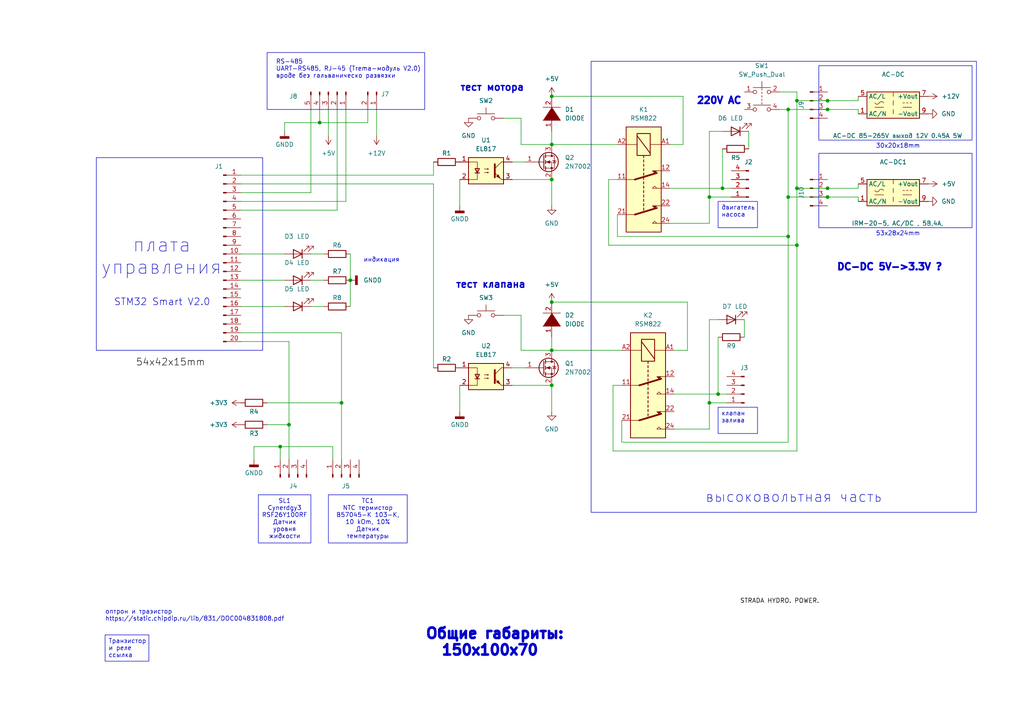
<source format=kicad_sch>
(kicad_sch (version 20230121) (generator eeschema)
  (paper "A4")
  (title_block (title "https://github.com/vlasikov/PCB-KiCad-EcoStrada") (date "2024-02-21") (rev "1.01"))
  (lib_symbols
    (symbol "Connector:Conn_01x02_Male" (pin_names (offset 1.016) hide)
      (property "Reference" "J" (at 0 2.54 0))
      (property "Value" "Conn_01x02_Male" (at 0 -5.08 0))
      (symbol "Conn_01x02_Male_1_1"
        (polyline (pts (xy 1.27 -2.54) (xy 0.8636 -2.54)) (stroke (width 0.1524)))
        (polyline (pts (xy 1.27 0) (xy 0.8636 0)) (stroke (width 0.1524)))
        (rectangle (start 0.8636 -2.413) (end 0 -2.667) (stroke (width 0.1524)) (fill (type outline)))
        (rectangle (start 0.8636 0.127) (end 0 -0.127) (stroke (width 0.1524)) (fill (type outline)))
        (pin passive line (at 5.08 0 180) (length 3.81) (name "Pin_1") (number "1"))
        (pin passive line (at 5.08 -2.54 180) (length 3.81) (name "Pin_2") (number "2"))
      )
    )
    (symbol "Connector:Conn_01x04_Male" (pin_names (offset 1.016) hide)
      (property "Reference" "J" (at 0 5.08 0))
      (property "Value" "Conn_01x04_Male" (at 0 -7.62 0))
      (symbol "Conn_01x04_Male_1_1"
        (polyline (pts (xy 1.27 -5.08) (xy 0.8636 -5.08)) (stroke (width 0.1524)))
        (polyline (pts (xy 1.27 -2.54) (xy 0.8636 -2.54)) (stroke (width 0.1524)))
        (polyline (pts (xy 1.27 0) (xy 0.8636 0)) (stroke (width 0.1524)))
        (polyline (pts (xy 1.27 2.54) (xy 0.8636 2.54)) (stroke (width 0.1524)))
        (rectangle (start 0.8636 -4.953) (end 0 -5.207) (stroke (width 0.1524)) (fill (type outline)))
        (rectangle (start 0.8636 -2.413) (end 0 -2.667) (stroke (width 0.1524)) (fill (type outline)))
        (rectangle (start 0.8636 0.127) (end 0 -0.127) (stroke (width 0.1524)) (fill (type outline)))
        (rectangle (start 0.8636 2.667) (end 0 2.413) (stroke (width 0.1524)) (fill (type outline)))
        (pin passive line (at 5.08 2.54 180) (length 3.81) (name "Pin_1") (number "1"))
        (pin passive line (at 5.08 0 180) (length 3.81) (name "Pin_2") (number "2"))
        (pin passive line (at 5.08 -2.54 180) (length 3.81) (name "Pin_3") (number "3"))
        (pin passive line (at 5.08 -5.08 180) (length 3.81) (name "Pin_4") (number "4"))
      )
    )
    (symbol "Connector:Conn_01x05_Male" (pin_names (offset 1.016) hide)
      (property "Reference" "J" (at 0 7.62 0))
      (property "Value" "Conn_01x05_Male" (at 0 -7.62 0))
      (symbol "Conn_01x05_Male_1_1"
        (polyline (pts (xy 1.27 -5.08) (xy 0.8636 -5.08)) (stroke (width 0.1524)))
        (polyline (pts (xy 1.27 -2.54) (xy 0.8636 -2.54)) (stroke (width 0.1524)))
        (polyline (pts (xy 1.27 0) (xy 0.8636 0)) (stroke (width 0.1524)))
        (polyline (pts (xy 1.27 2.54) (xy 0.8636 2.54)) (stroke (width 0.1524)))
        (polyline (pts (xy 1.27 5.08) (xy 0.8636 5.08)) (stroke (width 0.1524)))
        (rectangle (start 0.8636 -4.953) (end 0 -5.207) (stroke (width 0.1524)) (fill (type outline)))
        (rectangle (start 0.8636 -2.413) (end 0 -2.667) (stroke (width 0.1524)) (fill (type outline)))
        (rectangle (start 0.8636 0.127) (end 0 -0.127) (stroke (width 0.1524)) (fill (type outline)))
        (rectangle (start 0.8636 2.667) (end 0 2.413) (stroke (width 0.1524)) (fill (type outline)))
        (rectangle (start 0.8636 5.207) (end 0 4.953) (stroke (width 0.1524)) (fill (type outline)))
        (pin passive line (at 5.08 5.08 180) (length 3.81) (name "Pin_1") (number "1"))
        (pin passive line (at 5.08 2.54 180) (length 3.81) (name "Pin_2") (number "2"))
        (pin passive line (at 5.08 0 180) (length 3.81) (name "Pin_3") (number "3"))
        (pin passive line (at 5.08 -2.54 180) (length 3.81) (name "Pin_4") (number "4"))
        (pin passive line (at 5.08 -5.08 180) (length 3.81) (name "Pin_5") (number "5"))
      )
    )
    (symbol "Connector:Conn_01x20_Male" (pin_names (offset 1.016) hide)
      (property "Reference" "J" (at 0 25.4 0))
      (property "Value" "Conn_01x20_Male" (at 0 -27.94 0))
      (symbol "Conn_01x20_Male_1_1"
        (polyline (pts (xy 1.27 -25.4) (xy 0.8636 -25.4)) (stroke (width 0.1524)))
        (polyline (pts (xy 1.27 -22.86) (xy 0.8636 -22.86)) (stroke (width 0.1524)))
        (polyline (pts (xy 1.27 -20.32) (xy 0.8636 -20.32)) (stroke (width 0.1524)))
        (polyline (pts (xy 1.27 -17.78) (xy 0.8636 -17.78)) (stroke (width 0.1524)))
        (polyline (pts (xy 1.27 -15.24) (xy 0.8636 -15.24)) (stroke (width 0.1524)))
        (polyline (pts (xy 1.27 -12.7) (xy 0.8636 -12.7)) (stroke (width 0.1524)))
        (polyline (pts (xy 1.27 -10.16) (xy 0.8636 -10.16)) (stroke (width 0.1524)))
        (polyline (pts (xy 1.27 -7.62) (xy 0.8636 -7.62)) (stroke (width 0.1524)))
        (polyline (pts (xy 1.27 -5.08) (xy 0.8636 -5.08)) (stroke (width 0.1524)))
        (polyline (pts (xy 1.27 -2.54) (xy 0.8636 -2.54)) (stroke (width 0.1524)))
        (polyline (pts (xy 1.27 0) (xy 0.8636 0)) (stroke (width 0.1524)))
        (polyline (pts (xy 1.27 2.54) (xy 0.8636 2.54)) (stroke (width 0.1524)))
        (polyline (pts (xy 1.27 5.08) (xy 0.8636 5.08)) (stroke (width 0.1524)))
        (polyline (pts (xy 1.27 7.62) (xy 0.8636 7.62)) (stroke (width 0.1524)))
        (polyline (pts (xy 1.27 10.16) (xy 0.8636 10.16)) (stroke (width 0.1524)))
        (polyline (pts (xy 1.27 12.7) (xy 0.8636 12.7)) (stroke (width 0.1524)))
        (polyline (pts (xy 1.27 15.24) (xy 0.8636 15.24)) (stroke (width 0.1524)))
        (polyline (pts (xy 1.27 17.78) (xy 0.8636 17.78)) (stroke (width 0.1524)))
        (polyline (pts (xy 1.27 20.32) (xy 0.8636 20.32)) (stroke (width 0.1524)))
        (polyline (pts (xy 1.27 22.86) (xy 0.8636 22.86)) (stroke (width 0.1524)))
        (rectangle (start 0.8636 -25.273) (end 0 -25.527) (stroke (width 0.1524)) (fill (type outline)))
        (rectangle (start 0.8636 -22.733) (end 0 -22.987) (stroke (width 0.1524)) (fill (type outline)))
        (rectangle (start 0.8636 -20.193) (end 0 -20.447) (stroke (width 0.1524)) (fill (type outline)))
        (rectangle (start 0.8636 -17.653) (end 0 -17.907) (stroke (width 0.1524)) (fill (type outline)))
        (rectangle (start 0.8636 -15.113) (end 0 -15.367) (stroke (width 0.1524)) (fill (type outline)))
        (rectangle (start 0.8636 -12.573) (end 0 -12.827) (stroke (width 0.1524)) (fill (type outline)))
        (rectangle (start 0.8636 -10.033) (end 0 -10.287) (stroke (width 0.1524)) (fill (type outline)))
        (rectangle (start 0.8636 -7.493) (end 0 -7.747) (stroke (width 0.1524)) (fill (type outline)))
        (rectangle (start 0.8636 -4.953) (end 0 -5.207) (stroke (width 0.1524)) (fill (type outline)))
        (rectangle (start 0.8636 -2.413) (end 0 -2.667) (stroke (width 0.1524)) (fill (type outline)))
        (rectangle (start 0.8636 0.127) (end 0 -0.127) (stroke (width 0.1524)) (fill (type outline)))
        (rectangle (start 0.8636 2.667) (end 0 2.413) (stroke (width 0.1524)) (fill (type outline)))
        (rectangle (start 0.8636 5.207) (end 0 4.953) (stroke (width 0.1524)) (fill (type outline)))
        (rectangle (start 0.8636 7.747) (end 0 7.493) (stroke (width 0.1524)) (fill (type outline)))
        (rectangle (start 0.8636 10.287) (end 0 10.033) (stroke (width 0.1524)) (fill (type outline)))
        (rectangle (start 0.8636 12.827) (end 0 12.573) (stroke (width 0.1524)) (fill (type outline)))
        (rectangle (start 0.8636 15.367) (end 0 15.113) (stroke (width 0.1524)) (fill (type outline)))
        (rectangle (start 0.8636 17.907) (end 0 17.653) (stroke (width 0.1524)) (fill (type outline)))
        (rectangle (start 0.8636 20.447) (end 0 20.193) (stroke (width 0.1524)) (fill (type outline)))
        (rectangle (start 0.8636 22.987) (end 0 22.733) (stroke (width 0.1524)) (fill (type outline)))
        (pin passive line (at 5.08 22.86 180) (length 3.81) (name "Pin_1") (number "1"))
        (pin passive line (at 5.08 0 180) (length 3.81) (name "Pin_10") (number "10"))
        (pin passive line (at 5.08 -2.54 180) (length 3.81) (name "Pin_11") (number "11"))
        (pin passive line (at 5.08 -5.08 180) (length 3.81) (name "Pin_12") (number "12"))
        (pin passive line (at 5.08 -7.62 180) (length 3.81) (name "Pin_13") (number "13"))
        (pin passive line (at 5.08 -10.16 180) (length 3.81) (name "Pin_14") (number "14"))
        (pin passive line (at 5.08 -12.7 180) (length 3.81) (name "Pin_15") (number "15"))
        (pin passive line (at 5.08 -15.24 180) (length 3.81) (name "Pin_16") (number "16"))
        (pin passive line (at 5.08 -17.78 180) (length 3.81) (name "Pin_17") (number "17"))
        (pin passive line (at 5.08 -20.32 180) (length 3.81) (name "Pin_18") (number "18"))
        (pin passive line (at 5.08 -22.86 180) (length 3.81) (name "Pin_19") (number "19"))
        (pin passive line (at 5.08 20.32 180) (length 3.81) (name "Pin_2") (number "2"))
        (pin passive line (at 5.08 -25.4 180) (length 3.81) (name "Pin_20") (number "20"))
        (pin passive line (at 5.08 17.78 180) (length 3.81) (name "Pin_3") (number "3"))
        (pin passive line (at 5.08 15.24 180) (length 3.81) (name "Pin_4") (number "4"))
        (pin passive line (at 5.08 12.7 180) (length 3.81) (name "Pin_5") (number "5"))
        (pin passive line (at 5.08 10.16 180) (length 3.81) (name "Pin_6") (number "6"))
        (pin passive line (at 5.08 7.62 180) (length 3.81) (name "Pin_7") (number "7"))
        (pin passive line (at 5.08 5.08 180) (length 3.81) (name "Pin_8") (number "8"))
        (pin passive line (at 5.08 2.54 180) (length 3.81) (name "Pin_9") (number "9"))
      )
    )
    (symbol "Converter_ACDC:HS-40012"
      (property "Reference" "PS" (at 0 5.08 0))
      (property "Value" "HS-40012" (at 0 -5.08 0))
      (symbol "HS-40012_0_1"
        (rectangle (start -7.62 3.81) (end 7.62 -3.81) (stroke (width 0.254)) (fill (type background)))
        (arc (start -5.334 0.635) (mid -4.699 0.2495) (end -4.064 0.635))
        (arc (start -2.794 0.635) (mid -3.429 1.0072) (end -4.064 0.635))
        (polyline (pts (xy -5.334 -0.635) (xy -2.794 -0.635)))
        (polyline (pts (xy 2.794 -0.635) (xy 5.334 -0.635)))
        (polyline (pts (xy 2.794 0.635) (xy 3.302 0.635)))
        (polyline (pts (xy 3.81 0.635) (xy 4.318 0.635)))
        (polyline (pts (xy 4.826 0.635) (xy 5.334 0.635)))
      )
      (symbol "HS-40012_1_1"
        (polyline (pts (xy 0 -1.27) (xy 0 -2.54)))
        (polyline (pts (xy 0 1.27) (xy 0 0)))
        (polyline (pts (xy 0 3.81) (xy 0 2.54)))
        (pin power_in line (at -10.16 -2.54 0) (length 2.54) (name "AC/N") (number "1"))
        (pin power_in line (at -10.16 2.54 0) (length 2.54) (name "AC/L") (number "5"))
        (pin power_out line (at 10.16 2.54 180) (length 2.54) (name "+Vout") (number "7"))
        (pin power_out line (at 10.16 -2.54 180) (length 2.54) (name "-Vout") (number "9"))
      )
    )
    (symbol "Device:LED" (pin_numbers hide) (pin_names (offset 1.016) hide)
      (property "Reference" "D" (at 0 2.54 0))
      (property "Value" "LED" (at 0 -2.54 0))
      (symbol "LED_0_1"
        (polyline (pts (xy -1.27 -1.27) (xy -1.27 1.27)) (stroke (width 0.254)))
        (polyline (pts (xy -1.27 0) (xy 1.27 0)))
        (polyline (pts (xy 1.27 -1.27) (xy 1.27 1.27) (xy -1.27 0) (xy 1.27 -1.27)) (stroke (width 0.254)))
        (polyline (pts (xy -3.048 -0.762) (xy -4.572 -2.286) (xy -3.81 -2.286) (xy -4.572 -2.286) (xy -4.572 -1.524)))
        (polyline (pts (xy -1.778 -0.762) (xy -3.302 -2.286) (xy -2.54 -2.286) (xy -3.302 -2.286) (xy -3.302 -1.524)))
      )
      (symbol "LED_1_1"
        (pin passive line (at -3.81 0 0) (length 2.54) (name "K") (number "1"))
        (pin passive line (at 3.81 0 180) (length 2.54) (name "A") (number "2"))
      )
    )
    (symbol "Device:R" (pin_numbers hide) (pin_names (offset 0))
      (property "Reference" "R" (at 2.032 0 90))
      (property "Value" "R" (at 0 0 90))
      (symbol "R_0_1"
        (rectangle (start -1.016 -2.54) (end 1.016 2.54) (stroke (width 0.254)))
      )
      (symbol "R_1_1"
        (pin passive line (at 0 3.81 270) (length 1.27) (name "~") (number "1"))
        (pin passive line (at 0 -3.81 90) (length 1.27) (name "~") (number "2"))
      )
    )
    (symbol "Isolator:EL817" (pin_names (offset 1.016))
      (property "Reference" "U" (at -5.08 5.08 0))
      (property "Value" "EL817" (at 0 5.08 0))
      (symbol "EL817_0_1"
        (rectangle (start -5.08 3.81) (end 5.08 -3.81) (stroke (width 0.254)) (fill (type background)))
        (polyline (pts (xy -3.175 -0.635) (xy -1.905 -0.635)) (stroke (width 0.254)))
        (polyline (pts (xy 2.54 0.635) (xy 4.445 2.54)))
        (polyline (pts (xy 4.445 -2.54) (xy 2.54 -0.635)) (fill (type outline)))
        (polyline (pts (xy 4.445 -2.54) (xy 5.08 -2.54)))
        (polyline (pts (xy 4.445 2.54) (xy 5.08 2.54)))
        (polyline (pts (xy -5.08 2.54) (xy -2.54 2.54) (xy -2.54 -0.635)))
        (polyline (pts (xy -2.54 -0.635) (xy -2.54 -2.54) (xy -5.08 -2.54)))
        (polyline (pts (xy 2.54 1.905) (xy 2.54 -1.905) (xy 2.54 -1.905)) (stroke (width 0.508)))
        (polyline (pts (xy -2.54 -0.635) (xy -3.175 0.635) (xy -1.905 0.635) (xy -2.54 -0.635)) (stroke (width 0.254)))
        (polyline (pts (xy -0.508 -0.508) (xy 0.762 -0.508) (xy 0.381 -0.635) (xy 0.381 -0.381) (xy 0.762 -0.508)))
        (polyline (pts (xy -0.508 0.508) (xy 0.762 0.508) (xy 0.381 0.381) (xy 0.381 0.635) (xy 0.762 0.508)))
        (polyline (pts (xy 3.048 -1.651) (xy 3.556 -1.143) (xy 4.064 -2.159) (xy 3.048 -1.651) (xy 3.048 -1.651)) (fill (type outline)))
      )
      (symbol "EL817_1_1"
        (pin passive line (at -7.62 2.54 0) (length 2.54) (name "~") (number "1"))
        (pin passive line (at -7.62 -2.54 0) (length 2.54) (name "~") (number "2"))
        (pin passive line (at 7.62 -2.54 180) (length 2.54) (name "~") (number "3"))
        (pin passive line (at 7.62 2.54 180) (length 2.54) (name "~") (number "4"))
      )
    )
    (symbol "Relay:RSM822"
      (property "Reference" "K1" (at 16.51 1.27 0))
      (property "Value" "RSM822" (at 16.51 -1.27 0))
      (symbol "RSM822_0_1"
        (rectangle (start -15.24 5.08) (end 15.24 -5.08) (stroke (width 0.254)) (fill (type background)))
        (rectangle (start -13.335 1.905) (end -6.985 -1.905) (stroke (width 0.254)))
        (polyline (pts (xy -12.7 -1.905) (xy -7.62 1.905)) (stroke (width 0.254)))
        (polyline (pts (xy -10.16 -5.08) (xy -10.16 -1.905)))
        (polyline (pts (xy -10.16 5.08) (xy -10.16 1.905)))
        (polyline (pts (xy -6.985 0) (xy -6.35 0)) (stroke (width 0.254)))
        (polyline (pts (xy -5.715 0) (xy -5.08 0)) (stroke (width 0.254)))
        (polyline (pts (xy -4.445 0) (xy -3.81 0)) (stroke (width 0.254)))
        (polyline (pts (xy -3.175 0) (xy -2.54 0)) (stroke (width 0.254)))
        (polyline (pts (xy -1.905 0) (xy -1.27 0)) (stroke (width 0.254)))
        (polyline (pts (xy -0.635 0) (xy 0 0)) (stroke (width 0.254)))
        (polyline (pts (xy 0 -2.54) (xy -1.905 3.81)) (stroke (width 0.508)))
        (polyline (pts (xy 0 -2.54) (xy 0 -5.08)))
        (polyline (pts (xy 0.635 0) (xy 1.27 0)) (stroke (width 0.254)))
        (polyline (pts (xy 1.905 0) (xy 2.54 0)) (stroke (width 0.254)))
        (polyline (pts (xy 3.175 0) (xy 3.81 0)) (stroke (width 0.254)))
        (polyline (pts (xy 4.445 0) (xy 5.08 0)) (stroke (width 0.254)))
        (polyline (pts (xy 5.715 0) (xy 6.35 0)) (stroke (width 0.254)))
        (polyline (pts (xy 6.985 0) (xy 7.62 0)) (stroke (width 0.254)))
        (polyline (pts (xy 8.255 0) (xy 8.89 0)) (stroke (width 0.254)))
        (polyline (pts (xy 10.16 -2.54) (xy 8.255 3.81)) (stroke (width 0.508)))
        (polyline (pts (xy 10.16 -2.54) (xy 10.16 -5.08)))
        (polyline (pts (xy -2.54 5.08) (xy -2.54 2.54) (xy -1.905 3.175) (xy -2.54 3.81)) (fill (type outline)))
        (polyline (pts (xy 2.54 5.08) (xy 2.54 2.54) (xy 1.905 3.175) (xy 2.54 3.81)))
        (polyline (pts (xy 7.62 5.08) (xy 7.62 2.54) (xy 8.255 3.175) (xy 7.62 3.81)) (fill (type outline)))
        (polyline (pts (xy 12.7 5.08) (xy 12.7 2.54) (xy 12.065 3.175) (xy 12.7 3.81)))
      )
      (symbol "RSM822_1_1"
        (pin passive line (at 0 -7.62 90) (length 2.54) (name "~") (number "11"))
        (pin passive line (at -2.54 7.62 270) (length 2.54) (name "~") (number "12"))
        (pin passive line (at 2.54 7.62 270) (length 2.54) (name "~") (number "14"))
        (pin passive line (at 10.16 -7.62 90) (length 2.54) (name "~") (number "21"))
        (pin passive line (at 7.62 7.62 270) (length 2.54) (name "~") (number "22"))
        (pin passive line (at 12.7 7.62 270) (length 2.54) (name "~") (number "24"))
        (pin passive line (at -10.16 7.62 270) (length 2.54) (name "~") (number "A1"))
        (pin passive line (at -10.16 -7.62 90) (length 2.54) (name "~") (number "A2"))
      )
    )
    (symbol "Switch:SW_Push" (pin_numbers hide) (pin_names (offset 1.016) hide)
      (property "Reference" "SW" (at 1.27 2.54 0))
      (property "Value" "SW_Push" (at 0 -1.524 0))
      (symbol "SW_Push_0_1"
        (circle (center -2.032 0) (radius 0.508))
        (polyline (pts (xy 0 1.27) (xy 0 3.048)))
        (polyline (pts (xy 2.54 1.27) (xy -2.54 1.27)))
        (circle (center 2.032 0) (radius 0.508))
        (pin passive line (at -5.08 0 0) (length 2.54) (name "1") (number "1"))
        (pin passive line (at 5.08 0 180) (length 2.54) (name "2") (number "2"))
      )
    )
    (symbol "Switch:SW_Push_Dual" (pin_names (offset 1.016) hide)
      (property "Reference" "SW" (at 1.27 2.54 0))
      (property "Value" "SW_Push_Dual" (at 0 -6.858 0))
      (symbol "SW_Push_Dual_0_1"
        (circle (center -2.032 -5.08) (radius 0.508))
        (circle (center -2.032 0) (radius 0.508))
        (polyline (pts (xy 0 -3.048) (xy 0 -3.556)))
        (polyline (pts (xy 0 -2.032) (xy 0 -2.54)))
        (polyline (pts (xy 0 -1.524) (xy 0 -1.016)))
        (polyline (pts (xy 0 -0.508) (xy 0 0)))
        (polyline (pts (xy 0 0.508) (xy 0 1.016)))
        (polyline (pts (xy 0 1.27) (xy 0 3.048)))
        (polyline (pts (xy 2.54 -3.81) (xy -2.54 -3.81)))
        (polyline (pts (xy 2.54 1.27) (xy -2.54 1.27)))
        (circle (center 2.032 -5.08) (radius 0.508))
        (circle (center 2.032 0) (radius 0.508))
        (pin passive line (at -5.08 0 0) (length 2.54) (name "1") (number "1"))
        (pin passive line (at 5.08 0 180) (length 2.54) (name "2") (number "2"))
        (pin passive line (at -5.08 -5.08 0) (length 2.54) (name "3") (number "3"))
        (pin passive line (at 5.08 -5.08 180) (length 2.54) (name "4") (number "4"))
      )
    )
    (symbol "Transistor_FET:2N7002" (pin_names hide)
      (property "Reference" "Q" (at 5.08 1.905 0))
      (property "Value" "2N7002" (at 5.08 0 0))
      (symbol "2N7002_0_1"
        (polyline (pts (xy 0.254 0) (xy -2.54 0)))
        (polyline (pts (xy 0.254 1.905) (xy 0.254 -1.905)) (stroke (width 0.254)))
        (polyline (pts (xy 0.762 -1.27) (xy 0.762 -2.286)) (stroke (width 0.254)))
        (polyline (pts (xy 0.762 0.508) (xy 0.762 -0.508)) (stroke (width 0.254)))
        (polyline (pts (xy 0.762 2.286) (xy 0.762 1.27)) (stroke (width 0.254)))
        (polyline (pts (xy 2.54 2.54) (xy 2.54 1.778)))
        (polyline (pts (xy 2.54 -2.54) (xy 2.54 0) (xy 0.762 0)))
        (polyline (pts (xy 0.762 -1.778) (xy 3.302 -1.778) (xy 3.302 1.778) (xy 0.762 1.778)))
        (polyline (pts (xy 1.016 0) (xy 2.032 0.381) (xy 2.032 -0.381) (xy 1.016 0)) (fill (type outline)))
        (polyline (pts (xy 2.794 0.508) (xy 2.921 0.381) (xy 3.683 0.381) (xy 3.81 0.254)))
        (polyline (pts (xy 3.302 0.381) (xy 2.921 -0.254) (xy 3.683 -0.254) (xy 3.302 0.381)))
        (circle (center 1.651 0) (radius 2.794) (stroke (width 0.254)))
        (circle (center 2.54 -1.778) (radius 0.254) (fill (type outline)))
        (circle (center 2.54 1.778) (radius 0.254) (fill (type outline)))
      )
      (symbol "2N7002_1_1"
        (pin input line (at -5.08 0 0) (length 2.54) (name "G") (number "1"))
        (pin passive line (at 2.54 -5.08 90) (length 2.54) (name "S") (number "2"))
        (pin passive line (at 2.54 5.08 270) (length 2.54) (name "D") (number "3"))
      )
    )
    (symbol "power:+12V" (power) (pin_names (offset 0))
      (property "Value" "+12V" (at 0 3.556 0))
      (symbol "+12V_0_1"
        (polyline (pts (xy -0.762 1.27) (xy 0 2.54)))
        (polyline (pts (xy 0 0) (xy 0 2.54)))
        (polyline (pts (xy 0 2.54) (xy 0.762 1.27)))
      )
      (symbol "+12V_1_1"
        (pin power_in line (at 0 0 90) (length 0) hide (name "+12V") (number "1"))
      )
    )
    (symbol "power:+3V3" (power) (pin_names (offset 0))
      (property "Value" "+3V3" (at 0 3.556 0))
      (symbol "+3V3_0_1"
        (polyline (pts (xy -0.762 1.27) (xy 0 2.54)))
        (polyline (pts (xy 0 0) (xy 0 2.54)))
        (polyline (pts (xy 0 2.54) (xy 0.762 1.27)))
      )
      (symbol "+3V3_1_1"
        (pin power_in line (at 0 0 90) (length 0) hide (name "+3V3") (number "1"))
      )
    )
    (symbol "power:+5V" (power) (pin_names (offset 0))
      (property "Value" "+5V" (at 0 3.556 0))
      (symbol "+5V_0_1"
        (polyline (pts (xy -0.762 1.27) (xy 0 2.54)))
        (polyline (pts (xy 0 0) (xy 0 2.54)))
        (polyline (pts (xy 0 2.54) (xy 0.762 1.27)))
      )
      (symbol "+5V_1_1"
        (pin power_in line (at 0 0 90) (length 0) hide (name "+5V") (number "1"))
      )
    )
    (symbol "power:GND" (power) (pin_names (offset 0))
      (property "Value" "GND" (at 0 -3.81 0))
      (symbol "GND_0_1"
        (polyline (pts (xy 0 0) (xy 0 -1.27) (xy 1.27 -1.27) (xy 0 -2.54) (xy -1.27 -1.27) (xy 0 -1.27)))
      )
      (symbol "GND_1_1"
        (pin power_in line (at 0 0 270) (length 0) hide (name "GND") (number "1"))
      )
    )
    (symbol "power:GNDD" (power) (pin_names (offset 0))
      (property "Value" "GNDD" (at 0 -3.175 0))
      (symbol "GNDD_0_1"
        (rectangle (start -1.27 -1.524) (end 1.27 -2.032) (stroke (width 0.254)) (fill (type outline)))
        (polyline (pts (xy 0 0) (xy 0 -1.524)))
      )
      (symbol "GNDD_1_1"
        (pin power_in line (at 0 0 270) (length 0) hide (name "GNDD") (number "1"))
      )
    )
    (symbol "pspice:DIODE" (pin_names (offset 1.016) hide)
      (property "Reference" "D" (at 0 3.81 0))
      (property "Value" "DIODE" (at 0 -4.445 0))
      (symbol "DIODE_0_1"
        (polyline (pts (xy 1.905 2.54) (xy 1.905 -2.54)))
        (polyline (pts (xy -1.905 2.54) (xy -1.905 -2.54) (xy 1.905 0)) (fill (type outline)))
      )
      (symbol "DIODE_1_1"
        (pin input line (at -5.08 0 0) (length 3.81) (name "K") (number "1"))
        (pin input line (at 5.08 0 180) (length 3.81) (name "A") (number "2"))
      )
    )
  )
  (junction (at 81.28 129.54))
  (junction (at 231.14 54.61))
  (junction (at 160.02 41.91))
  (junction (at 160.02 87.63))
  (junction (at 240.03 29.21))
  (junction (at 231.14 29.21))
  (junction (at 240.03 57.15))
  (junction (at 209.55 54.61))
  (junction (at 205.74 116.84))
  (junction (at 160.02 101.6))
  (junction (at 231.14 71.12))
  (junction (at 228.6 68.58))
  (junction (at 240.03 54.61))
  (junction (at 228.6 31.75))
  (junction (at 240.03 31.75))
  (junction (at 208.28 114.3))
  (junction (at 101.6 81.28))
  (junction (at 160.02 111.76))
  (junction (at 160.02 52.07))
  (junction (at 83.82 123.19))
  (junction (at 228.6 57.15))
  (junction (at 99.06 116.84))
  (junction (at 160.02 27.94))
  (junction (at 92.71 35.56))
  (junction (at 205.74 57.15))
  (wire (pts (xy 99.06 96.52) (xy 69.85 96.52)))
  (wire (pts (xy 146.05 91.44) (xy 151.13 91.44)))
  (wire (pts (xy 160.02 101.6) (xy 151.13 101.6)))
  (wire (pts (xy 198.12 41.91) (xy 198.12 27.94)))
  (wire (pts (xy 101.6 73.66) (xy 101.6 81.28)))
  (wire (pts (xy 96.52 129.54) (xy 96.52 133.35)))
  (wire (pts (xy 69.85 88.9) (xy 82.55 88.9)))
  (wire (pts (xy 177.8 130.81) (xy 231.14 130.81)))
  (wire (pts (xy 133.35 52.07) (xy 133.35 59.69)))
  (wire (pts (xy 176.53 71.12) (xy 231.14 71.12)))
  (wire (pts (xy 208.28 97.79) (xy 208.28 114.3)))
  (wire (pts (xy 226.06 26.67) (xy 231.14 26.67)))
  (wire (pts (xy 151.13 34.29) (xy 151.13 41.91)))
  (wire (pts (xy 176.53 71.12) (xy 176.53 52.07)))
  (wire (pts (xy 160.02 111.76) (xy 160.02 119.38)))
  (wire (pts (xy 231.14 29.21) (xy 240.03 29.21)))
  (wire (pts (xy 90.17 73.66) (xy 93.98 73.66)))
  (wire (pts (xy 90.17 81.28) (xy 93.98 81.28)))
  (wire (pts (xy 160.02 101.6) (xy 180.34 101.6)))
  (wire (pts (xy 228.6 31.75) (xy 240.03 31.75)))
  (wire (pts (xy 81.28 129.54) (xy 81.28 133.35)))
  (wire (pts (xy 106.68 35.56) (xy 92.71 35.56)))
  (wire (pts (xy 97.79 31.75) (xy 97.79 60.96)))
  (wire (pts (xy 248.92 31.75) (xy 248.92 33.02)))
  (wire (pts (xy 90.17 88.9) (xy 93.98 88.9)))
  (wire (pts (xy 83.82 99.06) (xy 83.82 123.19)))
  (wire (pts (xy 217.17 38.1) (xy 217.17 43.18)))
  (wire (pts (xy 194.31 54.61) (xy 209.55 54.61)))
  (wire (pts (xy 228.6 57.15) (xy 240.03 57.15)))
  (wire (pts (xy 240.03 31.75) (xy 248.92 31.75)))
  (wire (pts (xy 106.68 31.75) (xy 106.68 35.56)))
  (wire (pts (xy 231.14 71.12) (xy 231.14 130.81)))
  (wire (pts (xy 95.25 31.75) (xy 95.25 39.37)))
  (wire (pts (xy 194.31 64.77) (xy 205.74 64.77)))
  (wire (pts (xy 82.55 35.56) (xy 92.71 35.56)))
  (wire (pts (xy 194.31 41.91) (xy 198.12 41.91)))
  (wire (pts (xy 231.14 29.21) (xy 231.14 54.61)))
  (wire (pts (xy 73.66 129.54) (xy 73.66 133.35)))
  (wire (pts (xy 125.73 53.34) (xy 69.85 53.34)))
  (wire (pts (xy 148.59 106.68) (xy 152.4 106.68)))
  (wire (pts (xy 100.33 58.42) (xy 100.33 31.75)))
  (wire (pts (xy 160.02 27.94) (xy 198.12 27.94)))
  (wire (pts (xy 148.59 46.99) (xy 152.4 46.99)))
  (wire (pts (xy 160.02 87.63) (xy 199.39 87.63)))
  (wire (pts (xy 205.74 124.46) (xy 195.58 124.46)))
  (wire (pts (xy 160.02 52.07) (xy 160.02 59.69)))
  (wire (pts (xy 125.73 50.8) (xy 69.85 50.8)))
  (wire (pts (xy 231.14 54.61) (xy 240.03 54.61)))
  (wire (pts (xy 226.06 31.75) (xy 228.6 31.75)))
  (wire (pts (xy 231.14 54.61) (xy 231.14 71.12)))
  (wire (pts (xy 177.8 111.76) (xy 180.34 111.76)))
  (wire (pts (xy 179.07 68.58) (xy 179.07 62.23)))
  (wire (pts (xy 97.79 60.96) (xy 69.85 60.96)))
  (wire (pts (xy 240.03 54.61) (xy 248.92 54.61)))
  (wire (pts (xy 209.55 54.61) (xy 212.09 54.61)))
  (wire (pts (xy 209.55 43.18) (xy 209.55 54.61)))
  (wire (pts (xy 125.73 46.99) (xy 125.73 50.8)))
  (wire (pts (xy 208.28 92.71) (xy 205.74 92.71)))
  (wire (pts (xy 82.55 81.28) (xy 69.85 81.28)))
  (wire (pts (xy 205.74 57.15) (xy 205.74 64.77)))
  (wire (pts (xy 205.74 38.1) (xy 205.74 57.15)))
  (wire (pts (xy 160.02 52.07) (xy 148.59 52.07)))
  (wire (pts (xy 160.02 41.91) (xy 179.07 41.91)))
  (wire (pts (xy 69.85 55.88) (xy 90.17 55.88)))
  (wire (pts (xy 133.35 111.76) (xy 133.35 119.38)))
  (wire (pts (xy 101.6 81.28) (xy 101.6 88.9)))
  (wire (pts (xy 180.34 121.92) (xy 180.34 128.27)))
  (wire (pts (xy 228.6 57.15) (xy 228.6 68.58)))
  (wire (pts (xy 77.47 116.84) (xy 99.06 116.84)))
  (wire (pts (xy 77.47 123.19) (xy 83.82 123.19)))
  (wire (pts (xy 215.9 92.71) (xy 215.9 97.79)))
  (wire (pts (xy 205.74 38.1) (xy 209.55 38.1)))
  (wire (pts (xy 231.14 26.67) (xy 231.14 29.21)))
  (wire (pts (xy 228.6 68.58) (xy 228.6 128.27)))
  (wire (pts (xy 99.06 116.84) (xy 99.06 96.52)))
  (wire (pts (xy 195.58 114.3) (xy 208.28 114.3)))
  (wire (pts (xy 90.17 55.88) (xy 90.17 31.75)))
  (wire (pts (xy 99.06 133.35) (xy 99.06 116.84)))
  (wire (pts (xy 240.03 57.15) (xy 248.92 57.15)))
  (wire (pts (xy 179.07 68.58) (xy 228.6 68.58)))
  (wire (pts (xy 69.85 58.42) (xy 100.33 58.42)))
  (wire (pts (xy 160.02 38.1) (xy 160.02 41.91)))
  (wire (pts (xy 151.13 101.6) (xy 151.13 91.44)))
  (wire (pts (xy 248.92 57.15) (xy 248.92 58.42)))
  (wire (pts (xy 205.74 116.84) (xy 205.74 124.46)))
  (wire (pts (xy 83.82 123.19) (xy 83.82 133.35)))
  (wire (pts (xy 208.28 114.3) (xy 210.82 114.3)))
  (wire (pts (xy 176.53 52.07) (xy 179.07 52.07)))
  (wire (pts (xy 92.71 35.56) (xy 92.71 31.75)))
  (wire (pts (xy 199.39 101.6) (xy 199.39 87.63)))
  (wire (pts (xy 248.92 54.61) (xy 248.92 53.34)))
  (wire (pts (xy 148.59 111.76) (xy 160.02 111.76)))
  (wire (pts (xy 180.34 128.27) (xy 228.6 128.27)))
  (wire (pts (xy 151.13 41.91) (xy 160.02 41.91)))
  (wire (pts (xy 160.02 97.79) (xy 160.02 101.6)))
  (wire (pts (xy 199.39 101.6) (xy 195.58 101.6)))
  (wire (pts (xy 125.73 106.68) (xy 125.73 53.34)))
  (wire (pts (xy 73.66 129.54) (xy 81.28 129.54)))
  (wire (pts (xy 205.74 116.84) (xy 210.82 116.84)))
  (wire (pts (xy 109.22 31.75) (xy 109.22 39.37)))
  (wire (pts (xy 248.92 29.21) (xy 248.92 27.94)))
  (wire (pts (xy 177.8 130.81) (xy 177.8 111.76)))
  (wire (pts (xy 212.09 57.15) (xy 205.74 57.15)))
  (wire (pts (xy 69.85 99.06) (xy 83.82 99.06)))
  (wire (pts (xy 81.28 129.54) (xy 96.52 129.54)))
  (wire (pts (xy 228.6 31.75) (xy 228.6 57.15)))
  (wire (pts (xy 240.03 29.21) (xy 248.92 29.21)))
  (wire (pts (xy 82.55 38.1) (xy 82.55 35.56)))
  (wire (pts (xy 69.85 73.66) (xy 82.55 73.66)))
  (wire (pts (xy 205.74 92.71) (xy 205.74 116.84)))
  (wire (pts (xy 146.05 34.29) (xy 151.13 34.29)))
  (rectangle (start 237.49 44.45) (end 281.94 66.04))
  (rectangle (start 237.49 19.05) (end 281.94 40.64))
  (rectangle (start 27.94 45.72) (end 76.2 101.6))
  (rectangle (start 77.47 15.24) (end 123.19 31.75))
  (rectangle (start 171.45 17.78) (end 283.21 148.59))
  (text_box "TC1\nNTC термистор\nB57045-K 103-K, \n10 kOm, 10%\nДатчик\nтемпературы" (at 95.25 143.51 0) (size 22.86 13.97) (effects (font (size 1.27 1.27)) (justify top)))
  (text_box "SL1\nCynerdgy3\nRSF26Y100RF\nДатчик\nуровня\nжидкости" (at 74.93 143.51 0) (size 15.24 13.97) (effects (font (size 1.27 1.27)) (justify top)))
  (text_box "клапан\nзалива" (at 208.28 118.11 0) (size 11.43 7.62) (effects (font (size 1.27 1.27)) (justify left top)))
  (text_box "двигатель\nнасоса" (at 208.28 58.42 0) (size 11.43 7.62) (effects (font (size 1.27 1.27)) (justify left top)))
  (text_box "Транзистор\nи реле\nссылка" (at 30.48 184.15 0) (size 12.7 7.62) (effects (font (size 1.27 1.27)) (justify left top)))
  (text "тест мотора" (at 133.35 26.67 0) (effects (font (size 2 2) bold) (justify left bottom)))
  (text "DC-DC 5V->3.3V ?" (at 242.57 78.74 0) (effects (font (size 2 2) (thickness 1) bold) (justify left bottom)))
  (text "   плата\nуправления" (at 29.21 80.01 0) (effects (font (size 4 4)) (justify left bottom)))
  (text "оптрон и тразистор\nhttps://static.chipdip.ru/lib/831/DOC004831808.pdf" (at 30.48 180.34 0) (effects (font (size 1.27 1.27)) (justify left bottom)))
  (text "индикация" (at 105.41 76.2 0) (effects (font (size 1.27 1.27)) (justify left bottom)))
  (text "Общие габариты:\n  150x100x70" (at 123.19 190.5 0) (effects (font (size 3 3) (thickness 1) bold) (justify left bottom)))
  (text "высоковольтная часть" (at 204.47 146.05 0) (effects (font (size 3 3)) (justify left bottom)))
  (text "RS-485\nUART-RS485, RJ-45 (Trema-модуль V2.0)\nвроде без гальваническо развязки" (at 80.01 22.86 0) (effects (font (size 1.27 1.27)) (justify left bottom)))
  (text "30x20x18mm" (at 254 43.18 0) (effects (font (size 1.27 1.27)) (justify left bottom)))
  (text "тест клапана" (at 132.08 83.82 0) (effects (font (size 2 2) bold) (justify left bottom)))
  (text "STM32 Smart V2.0" (at 33.02 88.9 0) (effects (font (size 2 2)) (justify left bottom)))
  (text "220V AC" (at 201.93 30.48 0) (effects (font (size 2 2) (thickness 1) bold) (justify left bottom)))
  (text "53x28x24mm" (at 254 68.58 0) (effects (font (size 1.27 1.27)) (justify left bottom)))
  (label "STRADA HYDRO. POWER." (at 214.63 175.26 0))
  (label "54x42x15mm" (at 39.37 106.68 0) (effects (font (size 2 2))))
  (symbol (lib_id "Device:R") (at 97.79 81.28 90) (unit 1)
    (property "Reference" "R7" (at 97.79 78.74 90))
    (property "Value" "R" (effects hide))
  )
  (symbol (lib_id "Switch:SW_Push") (at 140.97 91.44 0) (unit 1)
    (property "Reference" "SW3" (at 140.97 86.36 0))
    (property "Value" "SW_Push" (effects hide))
  )
  (symbol (lib_id "power:GND") (at 160.02 59.69 0) (unit 1)
    (property "Reference" "#PWR01" (effects hide))
    (property "Value" "GND" (at 160.02 64.77 0))
  )
  (symbol (lib_id "power:GND") (at 135.89 91.44 0) (unit 1)
    (property "Reference" "#PWR022" (effects hide))
    (property "Value" "GND" (at 135.89 96.52 0))
  )
  (symbol (lib_id "Connector:Conn_01x04_Male") (at 83.82 138.43 90) (unit 1)
    (property "Reference" "J4" (at 85.09 140.97 90))
    (property "Value" "Conn_01x04_Male" (effects hide))
  )
  (symbol (lib_id "Device:R") (at 212.09 97.79 270) (unit 1)
    (property "Reference" "R9" (at 212.09 100.33 90))
    (property "Value" "R" (effects hide))
  )
  (symbol (lib_id "power:GND") (at 160.02 119.38 0) (unit 1)
    (property "Reference" "#PWR04" (effects hide))
    (property "Value" "GND" (at 160.02 124.46 0))
  )
  (symbol (lib_id "Device:R") (at 97.79 88.9 90) (unit 1)
    (property "Reference" "R8" (at 97.79 86.36 90))
    (property "Value" "R" (effects hide))
  )
  (symbol (lib_id "Device:R") (at 213.36 43.18 270) (unit 1)
    (property "Reference" "R5" (at 213.36 45.72 90))
    (property "Value" "R" (effects hide))
  )
  (symbol (lib_id "Isolator:EL817") (at 140.97 109.22 0) (unit 1)
    (property "Reference" "U2" (at 140.97 100.33 0))
    (property "Value" "EL817" (at 140.97 102.87 0))
    (property "Footprint" "Package_DIP:DIP-4_W7.62mm" (effects hide))
    (property "Datasheet" "http://www.everlight.com/file/ProductFile/EL817.pdf" (effects hide))
  )
  (symbol (lib_id "power:GNDD") (at 101.6 81.28 90) (unit 1)
    (property "Reference" "#PWR014" (effects hide))
    (property "Value" "GNDD" (at 105.41 81.28 90) (effects (justify right)))
  )
  (symbol (lib_id "Switch:SW_Push") (at 140.97 34.29 0) (unit 1)
    (property "Reference" "SW2" (at 140.97 29.21 0))
    (property "Value" "SW_Push" (effects hide))
  )
  (symbol (lib_id "Relay:RSM822") (at 186.69 52.07 270) (unit 1)
    (property "Reference" "K1" (at 186.69 31.75 90))
    (property "Value" "RSM822" (at 186.69 34.29 90))
    (property "Footprint" "Relay_THT:Relay_DPDT_Finder_40.52" (effects hide))
    (property "Datasheet" "http://www.relpol.pl/en/content/download/14975/202519/file/e_RSM822.pdf" (effects hide))
  )
  (symbol (lib_id "Connector:Conn_01x20_Male") (at 64.77 73.66 0) (unit 1)
    (property "Reference" "J1" (at 63.5 48.26 0))
    (property "Value" "Conn_01x20_Male" (effects hide))
    (property "Footprint" "Connector_PinHeader_2.54mm:PinHeader_1x20_P2.54mm_Vertical" (effects hide))
  )
  (symbol (lib_id "power:+3V3") (at 69.85 116.84 90) (unit 1)
    (property "Reference" "#PWR09" (effects hide))
    (property "Value" "+3V3" (at 66.04 116.84 90) (effects (justify left)))
  )
  (symbol (lib_id "Transistor_FET:2N7002") (at 157.48 106.68 0) (unit 1)
    (property "Reference" "Q1" (at 163.83 105.41 0) (effects (justify left)))
    (property "Value" "2N7002" (at 163.83 107.95 0) (effects (justify left)))
    (property "Footprint" "Package_TO_SOT_SMD:SOT-23" (effects hide))
    (property "Datasheet" "https://www.onsemi.com/pub/Collateral/NDS7002A-D.PDF" (effects hide))
  )
  (symbol (lib_id "pspice:DIODE") (at 160.02 92.71 90) (unit 1)
    (property "Reference" "D2" (at 163.83 91.44 90) (effects (justify right)))
    (property "Value" "DIODE" (at 163.83 93.98 90) (effects (justify right)))
  )
  (symbol (lib_id "Device:R") (at 129.54 106.68 90) (unit 1)
    (property "Reference" "R2" (at 129.54 104.14 90))
    (property "Value" "R" (effects hide))
  )
  (symbol (lib_id "Device:R") (at 73.66 116.84 270) (unit 1)
    (property "Reference" "R4" (at 73.66 119.38 90))
    (property "Value" "R" (effects hide))
  )
  (symbol (lib_id "Connector:Conn_01x04_Male") (at 99.06 138.43 90) (unit 1)
    (property "Reference" "J5" (at 100.33 140.97 90))
    (property "Value" "Conn_01x04_Male" (effects hide))
  )
  (symbol (lib_id "power:GNDD") (at 73.66 133.35 0) (unit 1)
    (property "Reference" "#PWR08" (effects hide))
    (property "Value" "GNDD" (at 73.66 137.16 0))
  )
  (symbol (lib_id "power:+12V") (at 109.22 39.37 180) (unit 1)
    (property "Reference" "#PWR012" (effects hide))
    (property "Value" "+12V" (at 109.22 44.45 0))
  )
  (symbol (lib_id "Switch:SW_Push_Dual") (at 220.98 26.67 0) (unit 1)
    (property "Reference" "SW1" (at 220.98 19.05 0))
    (property "Value" "SW_Push_Dual" (at 220.98 21.59 0))
  )
  (symbol (lib_id "Device:R") (at 129.54 46.99 90) (unit 1)
    (property "Reference" "R1" (at 129.54 44.45 90))
    (property "Value" "R" (effects hide))
  )
  (symbol (lib_id "Device:R") (at 97.79 73.66 90) (unit 1)
    (property "Reference" "R6" (at 97.79 71.12 90))
    (property "Value" "R" (effects hide))
  )
  (symbol (lib_id "power:GNDD") (at 133.35 59.69 0) (unit 1)
    (property "Reference" "#PWR03" (effects hide))
    (property "Value" "GNDD" (at 133.35 63.5 0))
  )
  (symbol (lib_id "pspice:DIODE") (at 160.02 33.02 90) (unit 1)
    (property "Reference" "D1" (at 163.83 31.75 90) (effects (justify right)))
    (property "Value" "DIODE" (at 163.83 34.29 90) (effects (justify right)))
  )
  (symbol (lib_id "power:+5V") (at 95.25 39.37 180) (unit 1)
    (property "Reference" "#PWR010" (effects hide))
    (property "Value" "+5V" (at 95.25 44.45 0))
  )
  (symbol (lib_id "Device:LED") (at 212.09 92.71 180) (unit 1)
    (property "Reference" "D7" (at 210.82 88.9 0))
    (property "Value" "LED" (at 214.9475 88.9 0))
  )
  (symbol (lib_id "power:GND") (at 269.24 33.02 90) (unit 1)
    (property "Reference" "#PWR015" (effects hide))
    (property "Value" "GND" (at 273.05 33.02 90) (effects (justify right)))
  )
  (symbol (lib_id "power:GND") (at 269.24 58.42 90) (unit 1)
    (property "Reference" "#PWR018" (effects hide))
    (property "Value" "GND" (at 273.05 58.42 90) (effects (justify right)))
  )
  (symbol (lib_id "power:GNDD") (at 82.55 38.1 0) (unit 1)
    (property "Reference" "#PWR011" (effects hide))
    (property "Value" "GNDD" (at 82.55 41.91 0))
  )
  (symbol (lib_id "Connector:Conn_01x04_Male") (at 234.95 54.61 0) (unit 1)
    (property "Reference" "J10" (at 232.41 55.88 90))
    (property "Value" "Conn_01x04_Male" (effects hide))
  )
  (symbol (lib_id "Converter_ACDC:HS-40012") (at 259.08 30.48 0) (unit 1)
    (property "Reference" "AC-DC" (at 259.08 21.59 0))
    (property "Value" "AC-DC 85-265V выход 12V 0.45A 5W" (at 260.35 39.37 0))
    (property "Footprint" "Converter_ACDC:Converter_ACDC_Hahn_HS-400xx_THT" (effects hide))
    (property "Datasheet" "http://www.tme.eu/de/Document/221b247820f4fbb72e0cbc1ee10acb85/HS40012.pdf" (effects hide))
  )
  (symbol (lib_id "Converter_ACDC:HS-40012") (at 259.08 55.88 0) (unit 1)
    (property "Reference" "AC-DC1" (at 259.08 46.99 0))
    (property "Value" "IRM-20-5, AC/DC , 5В,4А," (at 260.35 64.77 0))
    (property "Footprint" "Converter_ACDC:Converter_ACDC_Hahn_HS-400xx_THT" (effects hide))
    (property "Datasheet" "http://www.tme.eu/de/Document/221b247820f4fbb72e0cbc1ee10acb85/HS40012.pdf" (effects hide))
  )
  (symbol (lib_id "Connector:Conn_01x05_Male") (at 95.25 26.67 270) (unit 1)
    (property "Reference" "J8" (at 85.09 27.94 90))
    (property "Value" "Conn_01x05_Male" (effects hide))
  )
  (symbol (lib_id "Isolator:EL817") (at 140.97 49.53 0) (unit 1)
    (property "Reference" "U1" (at 140.97 40.64 0))
    (property "Value" "EL817" (at 140.97 43.18 0))
    (property "Footprint" "Package_DIP:DIP-4_W7.62mm" (effects hide))
    (property "Datasheet" "http://www.everlight.com/file/ProductFile/EL817.pdf" (effects hide))
  )
  (symbol (lib_id "Device:LED") (at 86.36 73.66 180) (unit 1)
    (property "Reference" "D3" (at 83.82 68.58 0))
    (property "Value" "LED" (at 87.9475 68.58 0))
  )
  (symbol (lib_id "Device:LED") (at 86.36 81.28 180) (unit 1)
    (property "Reference" "D4" (at 83.82 76.2 0))
    (property "Value" "LED" (at 87.9475 76.2 0))
  )
  (symbol (lib_id "Connector:Conn_01x04_Male") (at 234.95 29.21 0) (unit 1)
    (property "Reference" "J9" (at 232.41 30.48 90))
    (property "Value" "Conn_01x04_Male" (effects hide))
  )
  (symbol (lib_id "power:+5V") (at 160.02 87.63 0) (unit 1)
    (property "Reference" "#PWR06" (effects hide))
    (property "Value" "+5V" (at 160.02 82.55 0))
  )
  (symbol (lib_id "Connector:Conn_01x04_Male") (at 217.17 54.61 180) (unit 1)
    (property "Reference" "J2" (at 215.9 46.99 0) (effects (justify right)))
    (property "Value" "Conn_01x04_Male" (effects hide))
  )
  (symbol (lib_id "power:+5V") (at 269.24 53.34 270) (unit 1)
    (property "Reference" "#PWR019" (effects hide))
    (property "Value" "+5V" (at 273.05 53.34 90) (effects (justify left)))
  )
  (symbol (lib_id "Device:LED") (at 86.36 88.9 180) (unit 1)
    (property "Reference" "D5" (at 83.82 83.82 0))
    (property "Value" "LED" (at 87.9475 83.82 0))
  )
  (symbol (lib_id "Device:LED") (at 213.36 38.1 180) (unit 1)
    (property "Reference" "D6" (at 209.55 34.29 0))
    (property "Value" "LED" (at 213.6775 34.29 0))
  )
  (symbol (lib_id "power:GNDD") (at 133.35 119.38 0) (unit 1)
    (property "Reference" "#PWR05" (effects hide))
    (property "Value" "GNDD" (at 133.35 123.19 0))
  )
  (symbol (lib_id "Transistor_FET:2N7002") (at 157.48 46.99 0) (unit 1)
    (property "Reference" "Q2" (at 163.83 45.72 0) (effects (justify left)))
    (property "Value" "2N7002" (at 163.83 48.26 0) (effects (justify left)))
    (property "Footprint" "Package_TO_SOT_SMD:SOT-23" (effects hide))
    (property "Datasheet" "https://www.onsemi.com/pub/Collateral/NDS7002A-D.PDF" (effects hide))
  )
  (symbol (lib_id "Relay:RSM822") (at 187.96 111.76 270) (unit 1)
    (property "Reference" "K2" (at 187.96 91.44 90))
    (property "Value" "RSM822" (at 187.96 93.98 90))
    (property "Footprint" "Relay_THT:Relay_DPDT_Finder_40.52" (effects hide))
    (property "Datasheet" "http://www.relpol.pl/en/content/download/14975/202519/file/e_RSM822.pdf" (effects hide))
  )
  (symbol (lib_id "Connector:Conn_01x02_Male") (at 109.22 26.67 270) (unit 1)
    (property "Reference" "J7" (at 110.49 27.305 90) (effects (justify left)))
    (property "Value" "Conn_01x02_Male" (effects hide))
  )
  (symbol (lib_id "power:+5V") (at 160.02 27.94 0) (unit 1)
    (property "Reference" "#PWR02" (effects hide))
    (property "Value" "+5V" (at 160.02 22.86 0))
  )
  (symbol (lib_id "power:+12V") (at 269.24 27.94 270) (unit 1)
    (property "Reference" "#PWR016" (effects hide))
    (property "Value" "+12V" (at 273.05 27.94 90) (effects (justify left)))
  )
  (symbol (lib_id "power:GND") (at 135.89 34.29 0) (unit 1)
    (property "Reference" "#PWR021" (effects hide))
    (property "Value" "GND" (at 135.89 39.37 0))
  )
  (symbol (lib_id "Connector:Conn_01x04_Male") (at 215.9 114.3 180) (unit 1)
    (property "Reference" "J3" (at 214.63 106.68 0) (effects (justify right)))
    (property "Value" "Conn_01x04_Male" (effects hide))
  )
  (symbol (lib_id "power:+3V3") (at 69.85 123.19 90) (unit 1)
    (property "Reference" "#PWR07" (effects hide))
    (property "Value" "+3V3" (at 66.04 123.19 90) (effects (justify left)))
  )
  (symbol (lib_id "Device:R") (at 73.66 123.19 270) (unit 1)
    (property "Reference" "R3" (at 73.66 125.73 90))
    (property "Value" "R" (effects hide))
  )
  (sheet (at -34.29 109.22) (size 29.21 17.78) (stroke (width 0.1524))
    (property "Sheetname" "list2" (at -34.29 108.5084 0) (effects (justify left bottom)))
    (property "Sheetfile" "list2.kicad_sch" (at -34.29 127.5846 0) (effects (justify left top)))
  )
)
</source>
